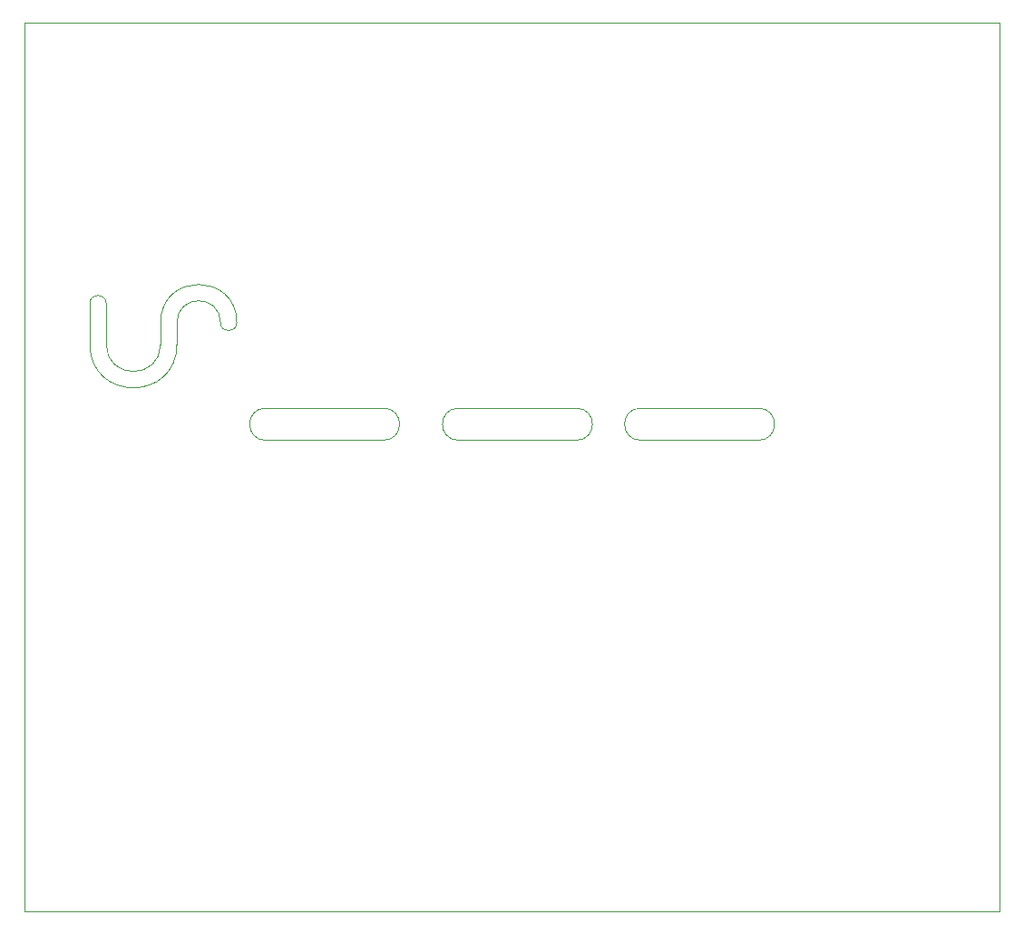
<source format=gbr>
%TF.GenerationSoftware,KiCad,Pcbnew,(5.1.7)-1*%
%TF.CreationDate,2021-04-04T08:26:08+02:00*%
%TF.ProjectId,Reflow_Ofen_V2,5265666c-6f77-45f4-9f66-656e5f56322e,rev?*%
%TF.SameCoordinates,Original*%
%TF.FileFunction,Profile,NP*%
%FSLAX46Y46*%
G04 Gerber Fmt 4.6, Leading zero omitted, Abs format (unit mm)*
G04 Created by KiCad (PCBNEW (5.1.7)-1) date 2021-04-04 08:26:08*
%MOMM*%
%LPD*%
G01*
G04 APERTURE LIST*
%TA.AperFunction,Profile*%
%ADD10C,0.050000*%
%TD*%
G04 APERTURE END LIST*
D10*
X59690000Y-64008000D02*
X59690000Y-66040000D01*
X61214000Y-64008000D02*
X61214000Y-66040000D01*
X66802000Y-64008000D02*
G75*
G02*
X65278000Y-64008000I-762000J0D01*
G01*
X59690000Y-64008000D02*
G75*
G02*
X66802000Y-64008000I3556000J0D01*
G01*
X61214000Y-64008000D02*
G75*
G02*
X65278000Y-64008000I2032000J0D01*
G01*
X98500000Y-72000000D02*
X87500000Y-72000000D01*
X98500000Y-72000000D02*
G75*
G02*
X98500000Y-75000000I0J-1500000D01*
G01*
X87500000Y-75000000D02*
G75*
G02*
X87500000Y-72000000I0J1500000D01*
G01*
X87500000Y-75000000D02*
X98500000Y-75000000D01*
X115500000Y-72000000D02*
X104500000Y-72000000D01*
X115500000Y-72000000D02*
G75*
G02*
X115500000Y-75000000I0J-1500000D01*
G01*
X104500000Y-75000000D02*
X115500000Y-75000000D01*
X104500000Y-75000000D02*
G75*
G02*
X104500000Y-72000000I0J1500000D01*
G01*
X69500000Y-75000000D02*
G75*
G02*
X69500000Y-72000000I0J1500000D01*
G01*
X80500000Y-72000000D02*
G75*
G02*
X80500000Y-75000000I0J-1500000D01*
G01*
X69500000Y-75000000D02*
X80500000Y-75000000D01*
X80500000Y-72000000D02*
X69500000Y-72000000D01*
X138000000Y-119000000D02*
X47000000Y-119000000D01*
X138000000Y-36000000D02*
X138000000Y-119000000D01*
X47000000Y-36000000D02*
X138000000Y-36000000D01*
X47000000Y-119000000D02*
X47000000Y-36000000D01*
X53086000Y-62230000D02*
G75*
G02*
X54610000Y-62230000I762000J0D01*
G01*
X54610000Y-66040000D02*
X54610000Y-62230000D01*
X53086000Y-66040000D02*
X53086000Y-62230000D01*
X61214000Y-66040000D02*
G75*
G02*
X53086000Y-66040000I-4064000J0D01*
G01*
X59690000Y-66040000D02*
G75*
G02*
X54610000Y-66040000I-2540000J0D01*
G01*
M02*

</source>
